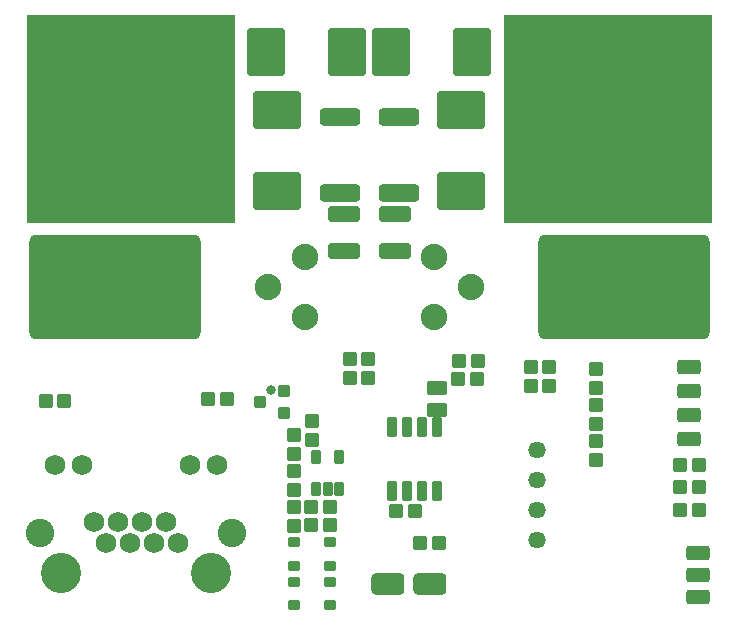
<source format=gts>
G04*
G04 #@! TF.GenerationSoftware,Altium Limited,Altium Designer,23.10.1 (27)*
G04*
G04 Layer_Color=8388736*
%FSLAX25Y25*%
%MOIN*%
G70*
G04*
G04 #@! TF.SameCoordinates,48329E4E-80D2-4777-9540-AAF0B2507E0B*
G04*
G04*
G04 #@! TF.FilePolarity,Negative*
G04*
G01*
G75*
G04:AMPARAMS|DCode=31|XSize=45mil|YSize=47mil|CornerRadius=5.85mil|HoleSize=0mil|Usage=FLASHONLY|Rotation=0.000|XOffset=0mil|YOffset=0mil|HoleType=Round|Shape=RoundedRectangle|*
%AMROUNDEDRECTD31*
21,1,0.04500,0.03530,0,0,0.0*
21,1,0.03330,0.04700,0,0,0.0*
1,1,0.01170,0.01665,-0.01765*
1,1,0.01170,-0.01665,-0.01765*
1,1,0.01170,-0.01665,0.01765*
1,1,0.01170,0.01665,0.01765*
%
%ADD31ROUNDEDRECTD31*%
G04:AMPARAMS|DCode=32|XSize=39mil|YSize=43mil|CornerRadius=5.55mil|HoleSize=0mil|Usage=FLASHONLY|Rotation=270.000|XOffset=0mil|YOffset=0mil|HoleType=Round|Shape=RoundedRectangle|*
%AMROUNDEDRECTD32*
21,1,0.03900,0.03190,0,0,270.0*
21,1,0.02790,0.04300,0,0,270.0*
1,1,0.01110,-0.01595,-0.01395*
1,1,0.01110,-0.01595,0.01395*
1,1,0.01110,0.01595,0.01395*
1,1,0.01110,0.01595,-0.01395*
%
%ADD32ROUNDEDRECTD32*%
G04:AMPARAMS|DCode=33|XSize=71mil|YSize=110mil|CornerRadius=11.88mil|HoleSize=0mil|Usage=FLASHONLY|Rotation=270.000|XOffset=0mil|YOffset=0mil|HoleType=Round|Shape=RoundedRectangle|*
%AMROUNDEDRECTD33*
21,1,0.07100,0.08625,0,0,270.0*
21,1,0.04725,0.11000,0,0,270.0*
1,1,0.02375,-0.04313,-0.02362*
1,1,0.02375,-0.04313,0.02362*
1,1,0.02375,0.04313,0.02362*
1,1,0.02375,0.04313,-0.02362*
%
%ADD33ROUNDEDRECTD33*%
G04:AMPARAMS|DCode=34|XSize=45mil|YSize=47mil|CornerRadius=5.85mil|HoleSize=0mil|Usage=FLASHONLY|Rotation=270.000|XOffset=0mil|YOffset=0mil|HoleType=Round|Shape=RoundedRectangle|*
%AMROUNDEDRECTD34*
21,1,0.04500,0.03530,0,0,270.0*
21,1,0.03330,0.04700,0,0,270.0*
1,1,0.01170,-0.01765,-0.01665*
1,1,0.01170,-0.01765,0.01665*
1,1,0.01170,0.01765,0.01665*
1,1,0.01170,0.01765,-0.01665*
%
%ADD34ROUNDEDRECTD34*%
G04:AMPARAMS|DCode=35|XSize=79mil|YSize=47mil|CornerRadius=8.88mil|HoleSize=0mil|Usage=FLASHONLY|Rotation=0.000|XOffset=0mil|YOffset=0mil|HoleType=Round|Shape=RoundedRectangle|*
%AMROUNDEDRECTD35*
21,1,0.07900,0.02925,0,0,0.0*
21,1,0.06125,0.04700,0,0,0.0*
1,1,0.01775,0.03063,-0.01463*
1,1,0.01775,-0.03063,-0.01463*
1,1,0.01775,-0.03063,0.01463*
1,1,0.01775,0.03063,0.01463*
%
%ADD35ROUNDEDRECTD35*%
G04:AMPARAMS|DCode=36|XSize=69mil|YSize=32mil|CornerRadius=5.2mil|HoleSize=0mil|Usage=FLASHONLY|Rotation=90.000|XOffset=0mil|YOffset=0mil|HoleType=Round|Shape=RoundedRectangle|*
%AMROUNDEDRECTD36*
21,1,0.06900,0.02160,0,0,90.0*
21,1,0.05860,0.03200,0,0,90.0*
1,1,0.01040,0.01080,0.02930*
1,1,0.01040,0.01080,-0.02930*
1,1,0.01040,-0.01080,-0.02930*
1,1,0.01040,-0.01080,0.02930*
%
%ADD36ROUNDEDRECTD36*%
G04:AMPARAMS|DCode=37|XSize=32mil|YSize=49mil|CornerRadius=5.2mil|HoleSize=0mil|Usage=FLASHONLY|Rotation=0.000|XOffset=0mil|YOffset=0mil|HoleType=Round|Shape=RoundedRectangle|*
%AMROUNDEDRECTD37*
21,1,0.03200,0.03860,0,0,0.0*
21,1,0.02160,0.04900,0,0,0.0*
1,1,0.01040,0.01080,-0.01930*
1,1,0.01040,-0.01080,-0.01930*
1,1,0.01040,-0.01080,0.01930*
1,1,0.01040,0.01080,0.01930*
%
%ADD37ROUNDEDRECTD37*%
G04:AMPARAMS|DCode=38|XSize=57mil|YSize=133mil|CornerRadius=10.13mil|HoleSize=0mil|Usage=FLASHONLY|Rotation=90.000|XOffset=0mil|YOffset=0mil|HoleType=Round|Shape=RoundedRectangle|*
%AMROUNDEDRECTD38*
21,1,0.05700,0.11275,0,0,90.0*
21,1,0.03675,0.13300,0,0,90.0*
1,1,0.02025,0.05638,0.01838*
1,1,0.02025,0.05638,-0.01838*
1,1,0.02025,-0.05638,-0.01838*
1,1,0.02025,-0.05638,0.01838*
%
%ADD38ROUNDEDRECTD38*%
G04:AMPARAMS|DCode=39|XSize=158mil|YSize=127mil|CornerRadius=9.95mil|HoleSize=0mil|Usage=FLASHONLY|Rotation=0.000|XOffset=0mil|YOffset=0mil|HoleType=Round|Shape=RoundedRectangle|*
%AMROUNDEDRECTD39*
21,1,0.15800,0.10710,0,0,0.0*
21,1,0.13810,0.12700,0,0,0.0*
1,1,0.01990,0.06905,-0.05355*
1,1,0.01990,-0.06905,-0.05355*
1,1,0.01990,-0.06905,0.05355*
1,1,0.01990,0.06905,0.05355*
%
%ADD39ROUNDEDRECTD39*%
G04:AMPARAMS|DCode=40|XSize=158mil|YSize=127mil|CornerRadius=9.95mil|HoleSize=0mil|Usage=FLASHONLY|Rotation=90.000|XOffset=0mil|YOffset=0mil|HoleType=Round|Shape=RoundedRectangle|*
%AMROUNDEDRECTD40*
21,1,0.15800,0.10710,0,0,90.0*
21,1,0.13810,0.12700,0,0,90.0*
1,1,0.01990,0.05355,0.06905*
1,1,0.01990,0.05355,-0.06905*
1,1,0.01990,-0.05355,-0.06905*
1,1,0.01990,-0.05355,0.06905*
%
%ADD40ROUNDEDRECTD40*%
G04:AMPARAMS|DCode=41|XSize=39.5mil|YSize=34mil|CornerRadius=5.3mil|HoleSize=0mil|Usage=FLASHONLY|Rotation=0.000|XOffset=0mil|YOffset=0mil|HoleType=Round|Shape=RoundedRectangle|*
%AMROUNDEDRECTD41*
21,1,0.03950,0.02340,0,0,0.0*
21,1,0.02890,0.03400,0,0,0.0*
1,1,0.01060,0.01445,-0.01170*
1,1,0.01060,-0.01445,-0.01170*
1,1,0.01060,-0.01445,0.01170*
1,1,0.01060,0.01445,0.01170*
%
%ADD41ROUNDEDRECTD41*%
G04:AMPARAMS|DCode=42|XSize=51mil|YSize=106mil|CornerRadius=6.15mil|HoleSize=0mil|Usage=FLASHONLY|Rotation=270.000|XOffset=0mil|YOffset=0mil|HoleType=Round|Shape=RoundedRectangle|*
%AMROUNDEDRECTD42*
21,1,0.05100,0.09370,0,0,270.0*
21,1,0.03870,0.10600,0,0,270.0*
1,1,0.01230,-0.04685,-0.01935*
1,1,0.01230,-0.04685,0.01935*
1,1,0.01230,0.04685,0.01935*
1,1,0.01230,0.04685,-0.01935*
%
%ADD42ROUNDEDRECTD42*%
G04:AMPARAMS|DCode=43|XSize=47mil|YSize=65mil|CornerRadius=5.95mil|HoleSize=0mil|Usage=FLASHONLY|Rotation=270.000|XOffset=0mil|YOffset=0mil|HoleType=Round|Shape=RoundedRectangle|*
%AMROUNDEDRECTD43*
21,1,0.04700,0.05310,0,0,270.0*
21,1,0.03510,0.06500,0,0,270.0*
1,1,0.01190,-0.02655,-0.01755*
1,1,0.01190,-0.02655,0.01755*
1,1,0.01190,0.02655,0.01755*
1,1,0.01190,0.02655,-0.01755*
%
%ADD43ROUNDEDRECTD43*%
G04:AMPARAMS|DCode=44|XSize=349mil|YSize=571mil|CornerRadius=21.05mil|HoleSize=0mil|Usage=FLASHONLY|Rotation=270.000|XOffset=0mil|YOffset=0mil|HoleType=Round|Shape=RoundedRectangle|*
%AMROUNDEDRECTD44*
21,1,0.34900,0.52890,0,0,270.0*
21,1,0.30690,0.57100,0,0,270.0*
1,1,0.04210,-0.26445,-0.15345*
1,1,0.04210,-0.26445,0.15345*
1,1,0.04210,0.26445,0.15345*
1,1,0.04210,0.26445,-0.15345*
%
%ADD44ROUNDEDRECTD44*%
%ADD45C,0.08800*%
%ADD46C,0.05740*%
%ADD47R,0.69550X0.69550*%
%ADD48C,0.06800*%
%ADD49C,0.13400*%
%ADD50C,0.09500*%
%ADD51C,0.03162*%
D31*
X225300Y35000D02*
D03*
X219000D02*
D03*
X96000Y35800D02*
D03*
X102300D02*
D03*
X219000Y42500D02*
D03*
X225300D02*
D03*
X151300Y78600D02*
D03*
X145000D02*
D03*
X151400Y84600D02*
D03*
X145100D02*
D03*
X96000Y29900D02*
D03*
X102300D02*
D03*
X61700Y71800D02*
D03*
X68000D02*
D03*
X7400Y71300D02*
D03*
X13700D02*
D03*
X219000Y50000D02*
D03*
X225300D02*
D03*
X130400Y34500D02*
D03*
X124100D02*
D03*
X132100Y23900D02*
D03*
X138400D02*
D03*
D32*
X78900Y70900D02*
D03*
X86800Y67200D02*
D03*
Y74600D02*
D03*
D33*
X121500Y10200D02*
D03*
X135700D02*
D03*
D34*
X175100Y76300D02*
D03*
Y82600D02*
D03*
X109000Y85200D02*
D03*
Y78900D02*
D03*
X115000Y85200D02*
D03*
Y78900D02*
D03*
X90200Y60000D02*
D03*
Y53700D02*
D03*
X191000Y51700D02*
D03*
Y58000D02*
D03*
Y63700D02*
D03*
Y70000D02*
D03*
X90200Y48000D02*
D03*
Y41700D02*
D03*
X191000Y75700D02*
D03*
Y82000D02*
D03*
X90200Y36000D02*
D03*
Y29700D02*
D03*
X96200Y64600D02*
D03*
Y58300D02*
D03*
X169100Y82600D02*
D03*
Y76300D02*
D03*
D35*
X222000Y82500D02*
D03*
Y74500D02*
D03*
Y58600D02*
D03*
Y66600D02*
D03*
X224900Y5900D02*
D03*
Y13300D02*
D03*
X225000Y20700D02*
D03*
D36*
X122800Y41350D02*
D03*
X127800D02*
D03*
X132800D02*
D03*
X137800D02*
D03*
X132800Y62650D02*
D03*
X127800D02*
D03*
X122800D02*
D03*
X137800D02*
D03*
D37*
X97720Y41900D02*
D03*
X101460D02*
D03*
X105200D02*
D03*
Y52500D02*
D03*
X97720D02*
D03*
D38*
X105600Y140700D02*
D03*
Y165900D02*
D03*
X125100D02*
D03*
Y140700D02*
D03*
D39*
X145900Y168100D02*
D03*
Y141100D02*
D03*
X84700Y168100D02*
D03*
Y141100D02*
D03*
D40*
X122700Y187600D02*
D03*
X149700D02*
D03*
X107900D02*
D03*
X80900D02*
D03*
D41*
X90100Y16250D02*
D03*
Y24100D02*
D03*
X102100D02*
D03*
Y16250D02*
D03*
X90100Y3200D02*
D03*
Y11050D02*
D03*
X102100D02*
D03*
Y3200D02*
D03*
D42*
X123800Y133600D02*
D03*
Y121400D02*
D03*
X106900D02*
D03*
Y133600D02*
D03*
D43*
X137800Y68100D02*
D03*
Y75600D02*
D03*
D44*
X200200Y109200D02*
D03*
X30500D02*
D03*
D45*
X136800Y119200D02*
D03*
X149300Y109200D02*
D03*
X136800Y99200D02*
D03*
X93900Y119200D02*
D03*
X81400Y109200D02*
D03*
X93900Y99200D02*
D03*
D46*
X171100Y24900D02*
D03*
Y34900D02*
D03*
Y44900D02*
D03*
Y54900D02*
D03*
D47*
X194800Y165200D02*
D03*
X35800D02*
D03*
D48*
X51600Y23900D02*
D03*
X47575Y30900D02*
D03*
X43575Y23900D02*
D03*
X39525Y30900D02*
D03*
X35550Y23900D02*
D03*
X31525Y30900D02*
D03*
X27525Y23900D02*
D03*
X23500Y30900D02*
D03*
X64600Y49900D02*
D03*
X55600D02*
D03*
X19600D02*
D03*
X10600D02*
D03*
D49*
X12600Y13900D02*
D03*
X62600D02*
D03*
D50*
X5600Y27400D02*
D03*
X69600D02*
D03*
D51*
X82700Y74800D02*
D03*
M02*

</source>
